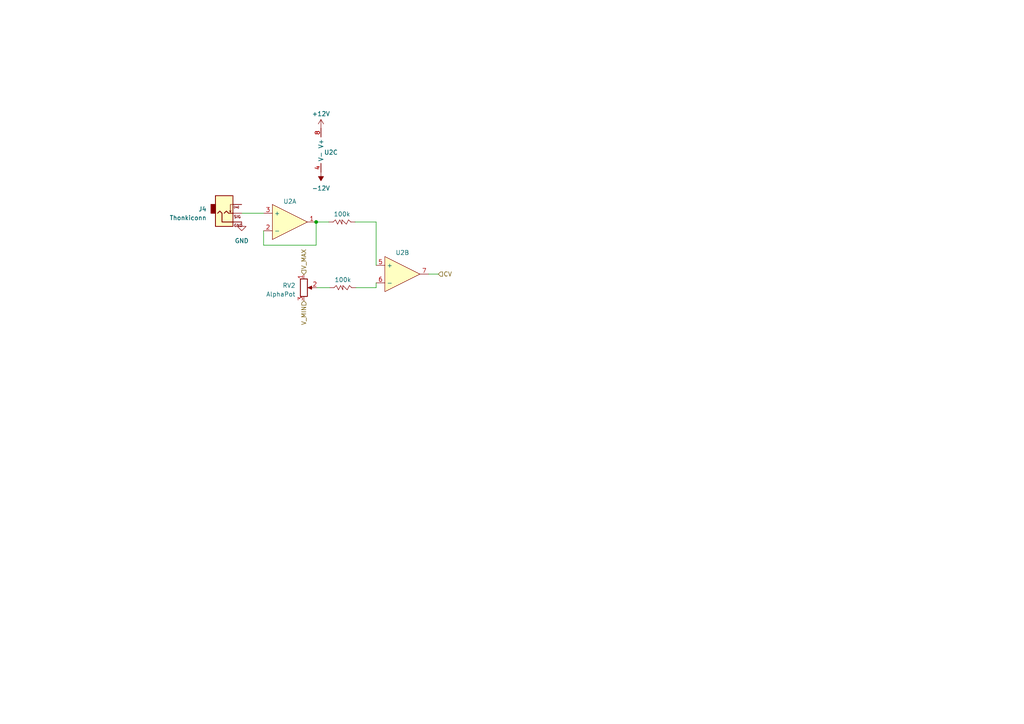
<source format=kicad_sch>
(kicad_sch (version 20230121) (generator eeschema)

  (uuid 06f17b8d-2cfc-405d-8868-e8161a6a8ec3)

  (paper "A4")

  (lib_symbols
    (symbol "EuroRackTools:AlphaPot" (pin_names (offset 1.016) hide) (in_bom yes) (on_board yes)
      (property "Reference" "RV" (at -4.445 0 90)
        (effects (font (size 1.27 1.27)))
      )
      (property "Value" "AlphaPot" (at -2.54 0 90)
        (effects (font (size 1.27 1.27)))
      )
      (property "Footprint" "Potentiometer_THT:Potentiometer_Alpha_RD901F-40-00D_Single_Vertical" (at 0 11.43 0)
        (effects (font (size 1.27 1.27)) hide)
      )
      (property "Datasheet" "~" (at 0 0 0)
        (effects (font (size 1.27 1.27)) hide)
      )
      (property "Sim.Pins" "1=1 2=2 3=3" (at 0 0 0)
        (effects (font (size 0 0)) hide)
      )
      (property "Sim.Device" "SPICE" (at -5.08 -5.08 90)
        (effects (font (size 1.27 1.27)) hide)
      )
      (property "Sim.Params" "type=\"X\" model=\"pot100k\" lib=\"\"" (at 0 0 0)
        (effects (font (size 0 0)) hide)
      )
      (property "ki_keywords" "resistor variable" (at 0 0 0)
        (effects (font (size 1.27 1.27)) hide)
      )
      (property "ki_description" "Potentiometer" (at 0 0 0)
        (effects (font (size 1.27 1.27)) hide)
      )
      (property "ki_fp_filters" "Potentiometer*" (at 0 0 0)
        (effects (font (size 1.27 1.27)) hide)
      )
      (symbol "AlphaPot_0_1"
        (polyline
          (pts
            (xy 2.54 0)
            (xy 1.524 0)
          )
          (stroke (width 0) (type default))
          (fill (type none))
        )
        (polyline
          (pts
            (xy 1.143 0)
            (xy 2.286 0.508)
            (xy 2.286 -0.508)
            (xy 1.143 0)
          )
          (stroke (width 0) (type default))
          (fill (type outline))
        )
        (rectangle (start 1.016 2.54) (end -1.016 -2.54)
          (stroke (width 0.254) (type default))
          (fill (type none))
        )
      )
      (symbol "AlphaPot_1_1"
        (pin passive line (at 0 3.81 270) (length 1.27)
          (name "1" (effects (font (size 1.27 1.27))))
          (number "1" (effects (font (size 1.27 1.27))))
        )
        (pin passive line (at 3.81 0 180) (length 1.27)
          (name "2" (effects (font (size 1.27 1.27))))
          (number "2" (effects (font (size 1.27 1.27))))
        )
        (pin passive line (at 0 -3.81 90) (length 1.27)
          (name "3" (effects (font (size 1.27 1.27))))
          (number "3" (effects (font (size 1.27 1.27))))
        )
      )
    )
    (symbol "EuroRackTools:TL072" (in_bom yes) (on_board yes)
      (property "Reference" "U" (at -1.27 0 0)
        (effects (font (size 1.27 1.27)))
      )
      (property "Value" "TL072" (at 5.08 3.81 0)
        (effects (font (size 1.27 1.27)) hide)
      )
      (property "Footprint" "Package_SO:SOIC-8_3.9x4.9mm_P1.27mm" (at 0 -8.89 0)
        (effects (font (size 1.27 1.27)) hide)
      )
      (property "Datasheet" "" (at 0 0 0)
        (effects (font (size 1.27 1.27)) hide)
      )
      (property "Sim.Pins" "1=1 2=2 3=3 4=4 5=5 6=6 7=7 8=8" (at -11.43 17.78 0)
        (effects (font (size 1.27 1.27)) hide)
      )
      (property "Sim.Device" "SPICE" (at 1.27 7.62 0)
        (effects (font (size 1.27 1.27)) hide)
      )
      (property "Sim.Params" "type=\"X\" model=\"MY_TL072\" lib=\"\"" (at 0 0 0)
        (effects (font (size 0 0)) hide)
      )
      (property "LCSC" "C67473" (at 3.175 -4.445 0)
        (effects (font (size 1.27 1.27)) hide)
      )
      (symbol "TL072_1_1"
        (polyline
          (pts
            (xy -5.08 5.08)
            (xy -5.08 -5.08)
            (xy 5.08 0)
            (xy -5.08 5.08)
          )
          (stroke (width 0.1524) (type default))
          (fill (type background))
        )
        (pin output line (at 7.62 0 180) (length 2.54)
          (name "" (effects (font (size 1.27 1.27))))
          (number "1" (effects (font (size 1.27 1.27))))
        )
        (pin input line (at -7.62 -2.54 0) (length 2.54)
          (name "-" (effects (font (size 1.27 1.27))))
          (number "2" (effects (font (size 1.27 1.27))))
        )
        (pin input line (at -7.62 2.54 0) (length 2.54)
          (name "+" (effects (font (size 1.27 1.27))))
          (number "3" (effects (font (size 1.27 1.27))))
        )
      )
      (symbol "TL072_2_1"
        (polyline
          (pts
            (xy -5.08 5.08)
            (xy -5.08 -5.08)
            (xy 5.08 0)
            (xy -5.08 5.08)
          )
          (stroke (width 0.1524) (type default))
          (fill (type background))
        )
        (pin input line (at -7.62 2.54 0) (length 2.54)
          (name "+" (effects (font (size 1.27 1.27))))
          (number "5" (effects (font (size 1.27 1.27))))
        )
        (pin input line (at -7.62 -2.54 0) (length 2.54)
          (name "-" (effects (font (size 1.27 1.27))))
          (number "6" (effects (font (size 1.27 1.27))))
        )
        (pin output line (at 7.62 0 180) (length 2.54)
          (name "" (effects (font (size 1.27 1.27))))
          (number "7" (effects (font (size 1.27 1.27))))
        )
      )
      (symbol "TL072_3_0"
        (pin power_in line (at -2.54 -6.35 90) (length 2.54)
          (name "V-" (effects (font (size 1.27 1.27))))
          (number "4" (effects (font (size 1.27 1.27))))
        )
        (pin power_in line (at -2.54 6.35 270) (length 2.54)
          (name "V+" (effects (font (size 1.27 1.27))))
          (number "8" (effects (font (size 1.27 1.27))))
        )
      )
    )
    (symbol "EuroRackTools:Thonkiconn" (pin_numbers hide) (in_bom yes) (on_board yes)
      (property "Reference" "J" (at -1.27 -3.048 0)
        (effects (font (size 1.27 1.27)))
      )
      (property "Value" "Thonkiconn" (at 0 6.35 0)
        (effects (font (size 1.27 1.27)))
      )
      (property "Footprint" "Connector_Audio:Jack_3.5mm_QingPu_WQP-PJ398SM_Vertical_CircularHoles" (at 1.27 11.43 0)
        (effects (font (size 1.27 1.27)) hide)
      )
      (property "Datasheet" "~" (at 0 0 0)
        (effects (font (size 1.27 1.27)) hide)
      )
      (property "ki_keywords" "audio jack receptacle mono headphones phone TS connector" (at 0 0 0)
        (effects (font (size 1.27 1.27)) hide)
      )
      (property "ki_description" "Audio Jack, 2 Poles (Mono / TS), Switched T Pole (Normalling)" (at 0 0 0)
        (effects (font (size 1.27 1.27)) hide)
      )
      (property "ki_fp_filters" "Jack*" (at 0 0 0)
        (effects (font (size 1.27 1.27)) hide)
      )
      (symbol "Thonkiconn_0_0"
        (text "(no)" (at 3.556 -1.778 0)
          (effects (font (size 0.5 0.5)))
        )
        (text "GND" (at 4.064 3.556 0)
          (effects (font (size 0.8 0.8)))
        )
        (text "SIG" (at 3.81 1.016 0)
          (effects (font (size 0.8 0.8)))
        )
      )
      (symbol "Thonkiconn_0_1"
        (rectangle (start -2.54 0) (end -3.81 -2.54)
          (stroke (width 0.254) (type default))
          (fill (type outline))
        )
        (polyline
          (pts
            (xy 1.778 -0.254)
            (xy 2.032 -0.762)
          )
          (stroke (width 0) (type default))
          (fill (type none))
        )
        (polyline
          (pts
            (xy 0 0)
            (xy 0.635 -0.635)
            (xy 1.27 0)
            (xy 2.54 0)
          )
          (stroke (width 0.254) (type default))
          (fill (type none))
        )
        (polyline
          (pts
            (xy 2.54 -2.54)
            (xy 1.778 -2.54)
            (xy 1.778 -0.254)
            (xy 1.524 -0.762)
          )
          (stroke (width 0) (type default))
          (fill (type none))
        )
        (polyline
          (pts
            (xy 2.54 2.54)
            (xy -0.635 2.54)
            (xy -0.635 0)
            (xy -1.27 -0.635)
            (xy -1.905 0)
          )
          (stroke (width 0.254) (type default))
          (fill (type none))
        )
        (rectangle (start 2.54 3.81) (end -2.54 -5.08)
          (stroke (width 0.254) (type default))
          (fill (type background))
        )
      )
      (symbol "Thonkiconn_1_1"
        (pin passive line (at 5.08 2.54 180) (length 2.54)
          (name "~" (effects (font (size 1.27 1.27))))
          (number "S" (effects (font (size 1.27 1.27))))
        )
        (pin passive line (at 5.08 0 180) (length 2.54)
          (name "~" (effects (font (size 1.27 1.27))))
          (number "T" (effects (font (size 1.27 1.27))))
        )
        (pin passive line (at 5.08 -2.54 180) (length 2.54)
          (name "~" (effects (font (size 1.27 1.27))))
          (number "TN" (effects (font (size 1.27 1.27))))
        )
      )
    )
    (symbol "kpm-jlcpcb-basic:100k R 0603" (pin_numbers hide) (pin_names (offset 0)) (in_bom yes) (on_board yes)
      (property "Reference" "R" (at -1.27 6.35 0)
        (effects (font (size 1.27 1.27)) hide)
      )
      (property "Value" "100k" (at -0.635 3.81 0)
        (effects (font (size 1.27 1.27)))
      )
      (property "Footprint" "kpm-jlcpcb-basic:R_0603_1608Metric" (at -1.27 -6.35 0)
        (effects (font (size 1.27 1.27)) hide)
      )
      (property "Datasheet" "https://datasheet.lcsc.com/lcsc/2206010045_UNI-ROYAL-Uniroyal-Elec-0603WAF1003T5E_C25803.pdf" (at -6.35 6.35 90)
        (effects (font (size 1.27 1.27)) hide)
      )
      (property "LCSC" "C25803" (at -1.27 -1.905 0)
        (effects (font (size 1.27 1.27)) hide)
      )
      (property "ki_keywords" "R res resistor" (at 0 0 0)
        (effects (font (size 1.27 1.27)) hide)
      )
      (property "ki_description" "UNI-ROYAL(Uniroyal Elec) 0603WAF1003T5E" (at 0 0 0)
        (effects (font (size 1.27 1.27)) hide)
      )
      (property "ki_fp_filters" "R_*" (at 0 0 0)
        (effects (font (size 1.27 1.27)) hide)
      )
      (symbol "100k R 0603_0_1"
        (polyline
          (pts
            (xy -3.81 1.27)
            (xy -3.175 1.905)
            (xy -2.54 0.635)
            (xy -1.905 1.905)
            (xy -1.27 0.635)
            (xy -1.27 1.905)
            (xy 0 0.635)
            (xy 0.635 1.905)
            (xy 1.27 1.27)
          )
          (stroke (width 0) (type default))
          (fill (type none))
        )
      )
      (symbol "100k R 0603_1_1"
        (pin passive line (at -5.08 1.27 0) (length 1.27)
          (name "~" (effects (font (size 1.27 1.27))))
          (number "1" (effects (font (size 1.27 1.27))))
        )
        (pin passive line (at 2.54 1.27 180) (length 1.27)
          (name "~" (effects (font (size 1.27 1.27))))
          (number "2" (effects (font (size 1.27 1.27))))
        )
      )
    )
    (symbol "power:+12V" (power) (pin_names (offset 0)) (in_bom yes) (on_board yes)
      (property "Reference" "#PWR" (at 0 -3.81 0)
        (effects (font (size 1.27 1.27)) hide)
      )
      (property "Value" "+12V" (at 0 3.556 0)
        (effects (font (size 1.27 1.27)))
      )
      (property "Footprint" "" (at 0 0 0)
        (effects (font (size 1.27 1.27)) hide)
      )
      (property "Datasheet" "" (at 0 0 0)
        (effects (font (size 1.27 1.27)) hide)
      )
      (property "ki_keywords" "global power" (at 0 0 0)
        (effects (font (size 1.27 1.27)) hide)
      )
      (property "ki_description" "Power symbol creates a global label with name \"+12V\"" (at 0 0 0)
        (effects (font (size 1.27 1.27)) hide)
      )
      (symbol "+12V_0_1"
        (polyline
          (pts
            (xy -0.762 1.27)
            (xy 0 2.54)
          )
          (stroke (width 0) (type default))
          (fill (type none))
        )
        (polyline
          (pts
            (xy 0 0)
            (xy 0 2.54)
          )
          (stroke (width 0) (type default))
          (fill (type none))
        )
        (polyline
          (pts
            (xy 0 2.54)
            (xy 0.762 1.27)
          )
          (stroke (width 0) (type default))
          (fill (type none))
        )
      )
      (symbol "+12V_1_1"
        (pin power_in line (at 0 0 90) (length 0) hide
          (name "+12V" (effects (font (size 1.27 1.27))))
          (number "1" (effects (font (size 1.27 1.27))))
        )
      )
    )
    (symbol "power:-12V" (power) (pin_names (offset 0)) (in_bom yes) (on_board yes)
      (property "Reference" "#PWR" (at 0 2.54 0)
        (effects (font (size 1.27 1.27)) hide)
      )
      (property "Value" "-12V" (at 0 3.81 0)
        (effects (font (size 1.27 1.27)))
      )
      (property "Footprint" "" (at 0 0 0)
        (effects (font (size 1.27 1.27)) hide)
      )
      (property "Datasheet" "" (at 0 0 0)
        (effects (font (size 1.27 1.27)) hide)
      )
      (property "ki_keywords" "global power" (at 0 0 0)
        (effects (font (size 1.27 1.27)) hide)
      )
      (property "ki_description" "Power symbol creates a global label with name \"-12V\"" (at 0 0 0)
        (effects (font (size 1.27 1.27)) hide)
      )
      (symbol "-12V_0_0"
        (pin power_in line (at 0 0 90) (length 0) hide
          (name "-12V" (effects (font (size 1.27 1.27))))
          (number "1" (effects (font (size 1.27 1.27))))
        )
      )
      (symbol "-12V_0_1"
        (polyline
          (pts
            (xy 0 0)
            (xy 0 1.27)
            (xy 0.762 1.27)
            (xy 0 2.54)
            (xy -0.762 1.27)
            (xy 0 1.27)
          )
          (stroke (width 0) (type default))
          (fill (type outline))
        )
      )
    )
    (symbol "power:GND" (power) (pin_names (offset 0)) (in_bom yes) (on_board yes)
      (property "Reference" "#PWR" (at 0 -6.35 0)
        (effects (font (size 1.27 1.27)) hide)
      )
      (property "Value" "GND" (at 0 -3.81 0)
        (effects (font (size 1.27 1.27)))
      )
      (property "Footprint" "" (at 0 0 0)
        (effects (font (size 1.27 1.27)) hide)
      )
      (property "Datasheet" "" (at 0 0 0)
        (effects (font (size 1.27 1.27)) hide)
      )
      (property "ki_keywords" "global power" (at 0 0 0)
        (effects (font (size 1.27 1.27)) hide)
      )
      (property "ki_description" "Power symbol creates a global label with name \"GND\" , ground" (at 0 0 0)
        (effects (font (size 1.27 1.27)) hide)
      )
      (symbol "GND_0_1"
        (polyline
          (pts
            (xy 0 0)
            (xy 0 -1.27)
            (xy 1.27 -1.27)
            (xy 0 -2.54)
            (xy -1.27 -1.27)
            (xy 0 -1.27)
          )
          (stroke (width 0) (type default))
          (fill (type none))
        )
      )
      (symbol "GND_1_1"
        (pin power_in line (at 0 0 270) (length 0) hide
          (name "GND" (effects (font (size 1.27 1.27))))
          (number "1" (effects (font (size 1.27 1.27))))
        )
      )
    )
  )

  (junction (at 91.694 64.389) (diameter 0) (color 0 0 0 0)
    (uuid 0fc128d1-d7a9-4ef7-85eb-1f7ae90861dc)
  )

  (wire (pts (xy 76.454 66.929) (xy 76.454 71.12))
    (stroke (width 0) (type default))
    (uuid 0eb81de8-8885-47ad-8d37-74bf81bd28e1)
  )
  (wire (pts (xy 95.631 83.439) (xy 91.948 83.439))
    (stroke (width 0) (type default))
    (uuid 1ec592d1-257f-420e-b210-7d5291dd2353)
  )
  (wire (pts (xy 91.694 64.389) (xy 91.694 71.12))
    (stroke (width 0) (type default))
    (uuid 451075f9-c9b6-4ea7-b27b-ba3a471b549f)
  )
  (wire (pts (xy 76.454 71.12) (xy 91.694 71.12))
    (stroke (width 0) (type default))
    (uuid 69abce47-67cd-4037-8253-db6e6ee0f141)
  )
  (wire (pts (xy 103.251 83.439) (xy 109.093 83.439))
    (stroke (width 0) (type default))
    (uuid 7e5ab0df-6f65-45ae-9a16-bbecf006fa05)
  )
  (wire (pts (xy 109.093 83.439) (xy 109.093 82.042))
    (stroke (width 0) (type default))
    (uuid 8531af61-3560-468a-a72b-ab7d5d509943)
  )
  (wire (pts (xy 102.997 64.389) (xy 109.093 64.389))
    (stroke (width 0) (type default))
    (uuid cd855794-bc87-4fce-985f-62dfb4421f1b)
  )
  (wire (pts (xy 70.104 61.849) (xy 76.454 61.849))
    (stroke (width 0) (type default))
    (uuid d4f5c0d9-fc12-4c64-bd69-f75c41d8b9b3)
  )
  (wire (pts (xy 109.093 64.389) (xy 109.093 76.962))
    (stroke (width 0) (type default))
    (uuid edf6ecaf-6b18-45a4-a83d-fc7ca2c89478)
  )
  (wire (pts (xy 95.377 64.389) (xy 91.694 64.389))
    (stroke (width 0) (type default))
    (uuid f44a8d83-fd81-4ec5-8de5-78071cf9155d)
  )
  (wire (pts (xy 127.127 79.502) (xy 124.333 79.502))
    (stroke (width 0) (type default))
    (uuid f7bb1262-a3e0-4515-b172-af2063054780)
  )

  (hierarchical_label "CV" (shape input) (at 127.127 79.502 0) (fields_autoplaced)
    (effects (font (size 1.27 1.27)) (justify left))
    (uuid 3e23edc2-5853-4e74-9767-b7a3e1b69be5)
  )
  (hierarchical_label "V_MAX" (shape input) (at 88.138 79.629 90) (fields_autoplaced)
    (effects (font (size 1.27 1.27)) (justify left))
    (uuid c7e9376a-a88d-408c-b9da-4802a7cb3204)
  )
  (hierarchical_label "V_MIN" (shape input) (at 88.138 87.249 270) (fields_autoplaced)
    (effects (font (size 1.27 1.27)) (justify right))
    (uuid cf702d5d-ff2c-466c-a0a7-31868809cff0)
  )

  (symbol (lib_id "EuroRackTools:TL072") (at 95.631 43.561 0) (unit 3)
    (in_bom yes) (on_board yes) (dnp no) (fields_autoplaced)
    (uuid 25fa5392-d233-479c-a6c4-70b6ecd33d39)
    (property "Reference" "U?" (at 93.98 44.196 0)
      (effects (font (size 1.27 1.27)) (justify left))
    )
    (property "Value" "TL072" (at 100.711 39.751 0)
      (effects (font (size 1.27 1.27)) hide)
    )
    (property "Footprint" "Package_SO:SOIC-8_3.9x4.9mm_P1.27mm" (at 95.631 52.451 0)
      (effects (font (size 1.27 1.27)) hide)
    )
    (property "Datasheet" "" (at 95.631 43.561 0)
      (effects (font (size 1.27 1.27)) hide)
    )
    (property "Sim.Pins" "1=1 2=2 3=3 4=4 5=5 6=6 7=7 8=8" (at 84.201 25.781 0)
      (effects (font (size 1.27 1.27)) hide)
    )
    (property "Sim.Device" "SPICE" (at 96.901 35.941 0)
      (effects (font (size 1.27 1.27)) hide)
    )
    (property "Sim.Params" "type=\"X\" model=\"MY_TL072\" lib=\"\"" (at 95.631 43.561 0)
      (effects (font (size 0 0)) hide)
    )
    (property "LCSC" "C67473" (at 98.806 48.006 0)
      (effects (font (size 1.27 1.27)) hide)
    )
    (pin "1" (uuid ba2ada58-7d9a-4df5-9c67-999c43b4eee0))
    (pin "2" (uuid 8d052d32-d858-4dc4-a209-283856a2473c))
    (pin "3" (uuid a02c5431-7fea-4763-8924-6c75a8c21012))
    (pin "5" (uuid 156b1940-863f-4865-9139-39be657e96a9))
    (pin "6" (uuid 26723a9c-6a5d-489e-9078-696de83d8599))
    (pin "7" (uuid 35198d80-45f5-4ffa-a85b-ce96dea28989))
    (pin "4" (uuid d0f4402d-1910-4101-8338-dba073f47500))
    (pin "8" (uuid 981caa13-1d59-4372-9eb3-54213c85802f))
    (instances
      (project "synth-subsheets"
        (path "/a4893583-2878-4d86-bdba-6b18e8bd6cd6/7d436d5e-1c8a-4a2e-88ff-de7d590f5b95"
          (reference "U2") (unit 3)
        )
        (path "/a4893583-2878-4d86-bdba-6b18e8bd6cd6/10f808a4-2eef-4076-9505-72c912cd0c19"
          (reference "U1") (unit 3)
        )
      )
    )
  )

  (symbol (lib_id "kpm-jlcpcb-basic:100k R 0603") (at 100.457 65.659 0) (unit 1)
    (in_bom yes) (on_board yes) (dnp no) (fields_autoplaced)
    (uuid 73f37fb3-a53c-4664-bc41-ecfebe5d2dd1)
    (property "Reference" "R?" (at 99.187 59.309 0)
      (effects (font (size 1.27 1.27)) hide)
    )
    (property "Value" "100k" (at 99.187 62.103 0)
      (effects (font (size 1.27 1.27)))
    )
    (property "Footprint" "kpm-jlcpcb-basic:R_0603_1608Metric" (at 99.187 72.009 0)
      (effects (font (size 1.27 1.27)) hide)
    )
    (property "Datasheet" "https://datasheet.lcsc.com/lcsc/2206010045_UNI-ROYAL-Uniroyal-Elec-0603WAF1003T5E_C25803.pdf" (at 94.107 59.309 90)
      (effects (font (size 1.27 1.27)) hide)
    )
    (property "LCSC" "C25803" (at 99.187 67.564 0)
      (effects (font (size 1.27 1.27)) hide)
    )
    (pin "1" (uuid 73da1507-d42e-4835-a6df-5125a6fbcf7d))
    (pin "2" (uuid 3081ae78-57e4-422f-8bfd-cba2e4786047))
    (instances
      (project "synth-subsheets"
        (path "/a4893583-2878-4d86-bdba-6b18e8bd6cd6/7d436d5e-1c8a-4a2e-88ff-de7d590f5b95"
          (reference "R3") (unit 1)
        )
        (path "/a4893583-2878-4d86-bdba-6b18e8bd6cd6/10f808a4-2eef-4076-9505-72c912cd0c19"
          (reference "R1") (unit 1)
        )
      )
    )
  )

  (symbol (lib_id "power:GND") (at 70.104 64.389 0) (unit 1)
    (in_bom yes) (on_board yes) (dnp no) (fields_autoplaced)
    (uuid 7968e13e-50ec-4cc6-b79d-7d1558dc48df)
    (property "Reference" "#PWR010" (at 70.104 70.739 0)
      (effects (font (size 1.27 1.27)) hide)
    )
    (property "Value" "GND" (at 70.104 69.85 0)
      (effects (font (size 1.27 1.27)))
    )
    (property "Footprint" "" (at 70.104 64.389 0)
      (effects (font (size 1.27 1.27)) hide)
    )
    (property "Datasheet" "" (at 70.104 64.389 0)
      (effects (font (size 1.27 1.27)) hide)
    )
    (pin "1" (uuid b4f99d2d-e010-4e21-bb5a-7ac484dc4f5f))
    (instances
      (project "synth-subsheets"
        (path "/a4893583-2878-4d86-bdba-6b18e8bd6cd6/7d436d5e-1c8a-4a2e-88ff-de7d590f5b95"
          (reference "#PWR010") (unit 1)
        )
        (path "/a4893583-2878-4d86-bdba-6b18e8bd6cd6/10f808a4-2eef-4076-9505-72c912cd0c19"
          (reference "#PWR013") (unit 1)
        )
      )
    )
  )

  (symbol (lib_id "EuroRackTools:AlphaPot") (at 88.138 83.439 0) (unit 1)
    (in_bom yes) (on_board yes) (dnp no) (fields_autoplaced)
    (uuid 925585d9-524b-4bd1-9a3b-88140566dab0)
    (property "Reference" "RV?" (at 85.725 82.804 0)
      (effects (font (size 1.27 1.27)) (justify right))
    )
    (property "Value" "AlphaPot" (at 85.725 85.344 0)
      (effects (font (size 1.27 1.27)) (justify right))
    )
    (property "Footprint" "Potentiometer_THT:Potentiometer_Alpha_RD901F-40-00D_Single_Vertical" (at 88.138 72.009 0)
      (effects (font (size 1.27 1.27)) hide)
    )
    (property "Datasheet" "~" (at 88.138 83.439 0)
      (effects (font (size 1.27 1.27)) hide)
    )
    (property "Sim.Pins" "1=1 2=2 3=3" (at 88.138 83.439 0)
      (effects (font (size 0 0)) hide)
    )
    (property "Sim.Device" "SPICE" (at 83.058 88.519 90)
      (effects (font (size 1.27 1.27)) hide)
    )
    (property "Sim.Params" "type=\"X\" model=\"pot100k\" lib=\"\"" (at 88.138 83.439 0)
      (effects (font (size 0 0)) hide)
    )
    (pin "1" (uuid 368ab6f7-ff4c-456a-9205-0eac20b973cd))
    (pin "2" (uuid d48004b8-f868-4c48-89d8-f152742cd947))
    (pin "3" (uuid 7d2563e9-af8e-42be-a1fe-d535c03c1390))
    (instances
      (project "synth-subsheets"
        (path "/a4893583-2878-4d86-bdba-6b18e8bd6cd6/7d436d5e-1c8a-4a2e-88ff-de7d590f5b95"
          (reference "RV2") (unit 1)
        )
        (path "/a4893583-2878-4d86-bdba-6b18e8bd6cd6/10f808a4-2eef-4076-9505-72c912cd0c19"
          (reference "RV1") (unit 1)
        )
      )
    )
  )

  (symbol (lib_id "EuroRackTools:TL072") (at 84.074 64.389 0) (unit 1)
    (in_bom yes) (on_board yes) (dnp no) (fields_autoplaced)
    (uuid 9f196810-fd85-443c-ba18-495f82293520)
    (property "Reference" "U?" (at 84.074 58.42 0)
      (effects (font (size 1.27 1.27)))
    )
    (property "Value" "TL072" (at 89.154 60.579 0)
      (effects (font (size 1.27 1.27)) hide)
    )
    (property "Footprint" "Package_SO:SOIC-8_3.9x4.9mm_P1.27mm" (at 84.074 73.279 0)
      (effects (font (size 1.27 1.27)) hide)
    )
    (property "Datasheet" "" (at 84.074 64.389 0)
      (effects (font (size 1.27 1.27)) hide)
    )
    (property "Sim.Pins" "1=1 2=2 3=3 4=4 5=5 6=6 7=7 8=8" (at 72.644 46.609 0)
      (effects (font (size 1.27 1.27)) hide)
    )
    (property "Sim.Device" "SPICE" (at 85.344 56.769 0)
      (effects (font (size 1.27 1.27)) hide)
    )
    (property "Sim.Params" "type=\"X\" model=\"MY_TL072\" lib=\"\"" (at 84.074 64.389 0)
      (effects (font (size 0 0)) hide)
    )
    (property "LCSC" "C67473" (at 87.249 68.834 0)
      (effects (font (size 1.27 1.27)) hide)
    )
    (pin "1" (uuid 85725e73-29ce-4dc0-b118-224a1720de83))
    (pin "2" (uuid f6bc7f0a-ca77-4bd3-b46f-b5fe4233463d))
    (pin "3" (uuid 5830b378-daec-4a93-806c-93368b6b9d2c))
    (pin "5" (uuid ffd8c1b3-1729-4dd2-987d-52f60cc10554))
    (pin "6" (uuid 623d75b3-451f-4d21-8852-beb1be26b5e4))
    (pin "7" (uuid a072fea2-3630-4183-8c83-fef8da536a67))
    (pin "4" (uuid ea6b4ad3-0b6b-4662-ad90-592e39e623d0))
    (pin "8" (uuid 8ba5692b-c128-47af-86ff-2186fe7a44c6))
    (instances
      (project "synth-subsheets"
        (path "/a4893583-2878-4d86-bdba-6b18e8bd6cd6/7d436d5e-1c8a-4a2e-88ff-de7d590f5b95"
          (reference "U2") (unit 1)
        )
        (path "/a4893583-2878-4d86-bdba-6b18e8bd6cd6/10f808a4-2eef-4076-9505-72c912cd0c19"
          (reference "U1") (unit 1)
        )
      )
    )
  )

  (symbol (lib_id "kpm-jlcpcb-basic:100k R 0603") (at 100.711 84.709 0) (unit 1)
    (in_bom yes) (on_board yes) (dnp no) (fields_autoplaced)
    (uuid adbb8dfd-2d4f-4509-8547-75d75b4300b9)
    (property "Reference" "R?" (at 99.441 78.359 0)
      (effects (font (size 1.27 1.27)) hide)
    )
    (property "Value" "100k" (at 99.441 81.153 0)
      (effects (font (size 1.27 1.27)))
    )
    (property "Footprint" "kpm-jlcpcb-basic:R_0603_1608Metric" (at 99.441 91.059 0)
      (effects (font (size 1.27 1.27)) hide)
    )
    (property "Datasheet" "https://datasheet.lcsc.com/lcsc/2206010045_UNI-ROYAL-Uniroyal-Elec-0603WAF1003T5E_C25803.pdf" (at 94.361 78.359 90)
      (effects (font (size 1.27 1.27)) hide)
    )
    (property "LCSC" "C25803" (at 99.441 86.614 0)
      (effects (font (size 1.27 1.27)) hide)
    )
    (pin "1" (uuid 2802d99f-9aff-4c8f-838e-d3f5b5eba51d))
    (pin "2" (uuid 62b2bd77-e23d-4128-b498-3425e675488e))
    (instances
      (project "synth-subsheets"
        (path "/a4893583-2878-4d86-bdba-6b18e8bd6cd6/7d436d5e-1c8a-4a2e-88ff-de7d590f5b95"
          (reference "R4") (unit 1)
        )
        (path "/a4893583-2878-4d86-bdba-6b18e8bd6cd6/10f808a4-2eef-4076-9505-72c912cd0c19"
          (reference "R2") (unit 1)
        )
      )
    )
  )

  (symbol (lib_id "power:-12V") (at 93.091 49.911 180) (unit 1)
    (in_bom yes) (on_board yes) (dnp no) (fields_autoplaced)
    (uuid d276d725-8f39-4e18-9592-5b459bcff928)
    (property "Reference" "#PWR012" (at 93.091 52.451 0)
      (effects (font (size 1.27 1.27)) hide)
    )
    (property "Value" "-12V" (at 93.091 54.61 0)
      (effects (font (size 1.27 1.27)))
    )
    (property "Footprint" "" (at 93.091 49.911 0)
      (effects (font (size 1.27 1.27)) hide)
    )
    (property "Datasheet" "" (at 93.091 49.911 0)
      (effects (font (size 1.27 1.27)) hide)
    )
    (pin "1" (uuid 1a29cb19-e295-4d0a-9777-0ee82ea490d5))
    (instances
      (project "synth-subsheets"
        (path "/a4893583-2878-4d86-bdba-6b18e8bd6cd6/7d436d5e-1c8a-4a2e-88ff-de7d590f5b95"
          (reference "#PWR012") (unit 1)
        )
        (path "/a4893583-2878-4d86-bdba-6b18e8bd6cd6/10f808a4-2eef-4076-9505-72c912cd0c19"
          (reference "#PWR015") (unit 1)
        )
      )
    )
  )

  (symbol (lib_id "power:+12V") (at 93.091 37.211 0) (unit 1)
    (in_bom yes) (on_board yes) (dnp no) (fields_autoplaced)
    (uuid de1f9faf-626d-4f8e-be51-f119fc8c6b20)
    (property "Reference" "#PWR011" (at 93.091 41.021 0)
      (effects (font (size 1.27 1.27)) hide)
    )
    (property "Value" "+12V" (at 93.091 33.02 0)
      (effects (font (size 1.27 1.27)))
    )
    (property "Footprint" "" (at 93.091 37.211 0)
      (effects (font (size 1.27 1.27)) hide)
    )
    (property "Datasheet" "" (at 93.091 37.211 0)
      (effects (font (size 1.27 1.27)) hide)
    )
    (pin "1" (uuid e7600444-8e28-4935-b144-8925f888a5f1))
    (instances
      (project "synth-subsheets"
        (path "/a4893583-2878-4d86-bdba-6b18e8bd6cd6/7d436d5e-1c8a-4a2e-88ff-de7d590f5b95"
          (reference "#PWR011") (unit 1)
        )
        (path "/a4893583-2878-4d86-bdba-6b18e8bd6cd6/10f808a4-2eef-4076-9505-72c912cd0c19"
          (reference "#PWR014") (unit 1)
        )
      )
    )
  )

  (symbol (lib_id "EuroRackTools:TL072") (at 116.713 79.502 0) (unit 2)
    (in_bom yes) (on_board yes) (dnp no) (fields_autoplaced)
    (uuid e3fbb8dc-3131-4caa-acb9-5ed1d2971f3a)
    (property "Reference" "U?" (at 116.713 73.279 0)
      (effects (font (size 1.27 1.27)))
    )
    (property "Value" "TL072" (at 121.793 75.692 0)
      (effects (font (size 1.27 1.27)) hide)
    )
    (property "Footprint" "Package_SO:SOIC-8_3.9x4.9mm_P1.27mm" (at 116.713 88.392 0)
      (effects (font (size 1.27 1.27)) hide)
    )
    (property "Datasheet" "" (at 116.713 79.502 0)
      (effects (font (size 1.27 1.27)) hide)
    )
    (property "Sim.Pins" "1=1 2=2 3=3 4=4 5=5 6=6 7=7 8=8" (at 105.283 61.722 0)
      (effects (font (size 1.27 1.27)) hide)
    )
    (property "Sim.Device" "SPICE" (at 117.983 71.882 0)
      (effects (font (size 1.27 1.27)) hide)
    )
    (property "Sim.Params" "type=\"X\" model=\"MY_TL072\" lib=\"\"" (at 116.713 79.502 0)
      (effects (font (size 0 0)) hide)
    )
    (property "LCSC" "C67473" (at 119.888 83.947 0)
      (effects (font (size 1.27 1.27)) hide)
    )
    (pin "1" (uuid f3205d48-4ce8-4c48-8758-27a250cbb0bc))
    (pin "2" (uuid 21211005-1a7f-444c-a679-4c3bf847eaf8))
    (pin "3" (uuid b3ebb094-62ad-4ab6-96bd-4070082097eb))
    (pin "5" (uuid 1a7446ff-48c1-4553-bb40-a0f269f2287a))
    (pin "6" (uuid da21286d-309a-4512-9b18-d9f0bb77ff1f))
    (pin "7" (uuid 8f26752c-0312-45a6-9234-53f22f988d4f))
    (pin "4" (uuid acc406b9-ffcf-45ee-9380-14829b751f01))
    (pin "8" (uuid 494fe5a4-d160-437f-9548-1dbd0eea2755))
    (instances
      (project "synth-subsheets"
        (path "/a4893583-2878-4d86-bdba-6b18e8bd6cd6/7d436d5e-1c8a-4a2e-88ff-de7d590f5b95"
          (reference "U2") (unit 2)
        )
        (path "/a4893583-2878-4d86-bdba-6b18e8bd6cd6/10f808a4-2eef-4076-9505-72c912cd0c19"
          (reference "U1") (unit 2)
        )
      )
    )
  )

  (symbol (lib_id "EuroRackTools:Thonkiconn") (at 65.024 61.849 0) (mirror x) (unit 1)
    (in_bom yes) (on_board yes) (dnp no) (fields_autoplaced)
    (uuid e80f2b86-5056-4722-bad6-11b455b214c0)
    (property "Reference" "J?" (at 59.944 60.651 0)
      (effects (font (size 1.27 1.27)) (justify right))
    )
    (property "Value" "Thonkiconn" (at 59.944 63.191 0)
      (effects (font (size 1.27 1.27)) (justify right))
    )
    (property "Footprint" "Connector_Audio:Jack_3.5mm_QingPu_WQP-PJ398SM_Vertical_CircularHoles" (at 66.294 73.279 0)
      (effects (font (size 1.27 1.27)) hide)
    )
    (property "Datasheet" "~" (at 65.024 61.849 0)
      (effects (font (size 1.27 1.27)) hide)
    )
    (pin "S" (uuid 6877bf18-97d4-42e8-aa12-065528c6f8d4))
    (pin "T" (uuid d35836b6-5f82-40a3-8bab-be139eef5fd0))
    (pin "TN" (uuid ccd90bf9-ce5f-4983-b008-dcca644a64a8))
    (instances
      (project "synth-subsheets"
        (path "/a4893583-2878-4d86-bdba-6b18e8bd6cd6/7d436d5e-1c8a-4a2e-88ff-de7d590f5b95"
          (reference "J4") (unit 1)
        )
        (path "/a4893583-2878-4d86-bdba-6b18e8bd6cd6/10f808a4-2eef-4076-9505-72c912cd0c19"
          (reference "J1") (unit 1)
        )
      )
    )
  )
)

</source>
